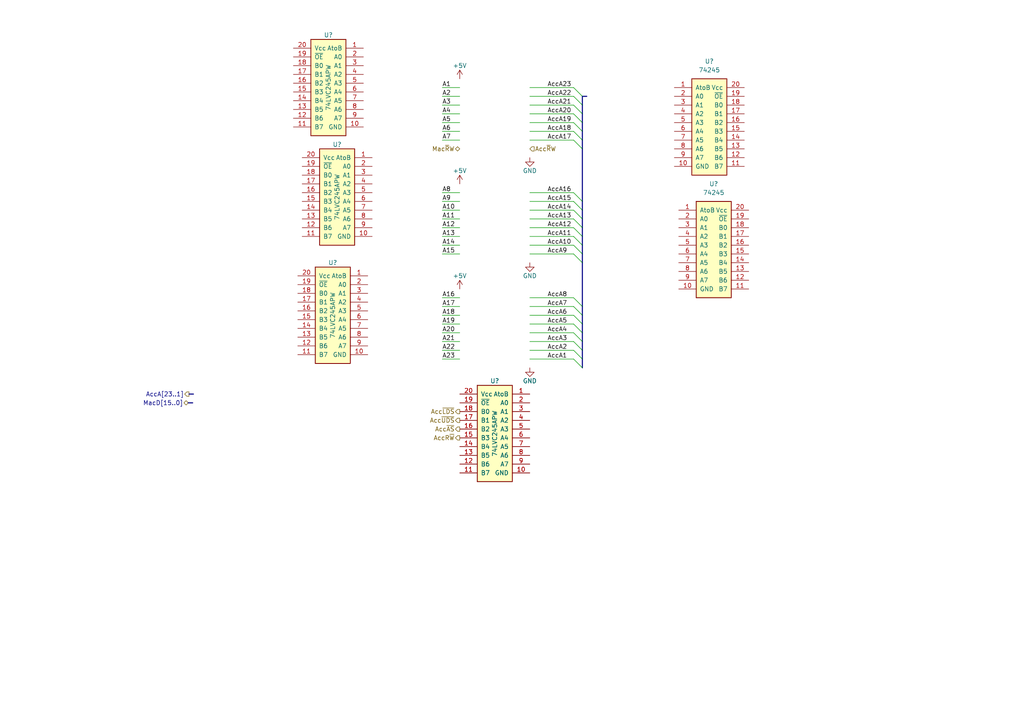
<source format=kicad_sch>
(kicad_sch (version 20211123) (generator eeschema)
  (paper "A4")
  (lib_symbols
    (symbol "GW_Logic:74245" (pin_names (offset 1.016))
      (property "Reference" "U" (at 0 15.24 0))
      (property "Value" "74245" (at 0 0 90))
      (symbol "74245_0_1"
        (rectangle (start -5.08 13.97) (end 5.08 -13.97) (stroke (width 0.254)) (fill (type background)))
      )
      (symbol "74245_1_1"
        (pin input line (at -10.16 11.43 0) (length 5.08) (name "AtoB") (number "1"))
        (pin power_in line (at -10.16 -11.43 0) (length 5.08) (name "GND") (number "10"))
        (pin bidirectional line (at 10.16 -11.43 180) (length 5.08) (name "B7") (number "11"))
        (pin bidirectional line (at 10.16 -8.89 180) (length 5.08) (name "B6") (number "12"))
        (pin bidirectional line (at 10.16 -6.35 180) (length 5.08) (name "B5") (number "13"))
        (pin bidirectional line (at 10.16 -3.81 180) (length 5.08) (name "B4") (number "14"))
        (pin bidirectional line (at 10.16 -1.27 180) (length 5.08) (name "B3") (number "15"))
        (pin bidirectional line (at 10.16 1.27 180) (length 5.08) (name "B2") (number "16"))
        (pin bidirectional line (at 10.16 3.81 180) (length 5.08) (name "B1") (number "17"))
        (pin bidirectional line (at 10.16 6.35 180) (length 5.08) (name "B0") (number "18"))
        (pin input line (at 10.16 8.89 180) (length 5.08) (name "~{OE}") (number "19"))
        (pin bidirectional line (at -10.16 8.89 0) (length 5.08) (name "A0") (number "2"))
        (pin power_in line (at 10.16 11.43 180) (length 5.08) (name "Vcc") (number "20"))
        (pin bidirectional line (at -10.16 6.35 0) (length 5.08) (name "A1") (number "3"))
        (pin bidirectional line (at -10.16 3.81 0) (length 5.08) (name "A2") (number "4"))
        (pin bidirectional line (at -10.16 1.27 0) (length 5.08) (name "A3") (number "5"))
        (pin bidirectional line (at -10.16 -1.27 0) (length 5.08) (name "A4") (number "6"))
        (pin bidirectional line (at -10.16 -3.81 0) (length 5.08) (name "A5") (number "7"))
        (pin bidirectional line (at -10.16 -6.35 0) (length 5.08) (name "A6") (number "8"))
        (pin bidirectional line (at -10.16 -8.89 0) (length 5.08) (name "A7") (number "9"))
      )
    )
    (symbol "power:+5V" (power) (pin_names (offset 0))
      (property "Value" "+5V" (at 0 3.556 0))
      (symbol "+5V_0_1"
        (polyline (pts (xy -0.762 1.27) (xy 0 2.54)))
        (polyline (pts (xy 0 0) (xy 0 2.54)))
        (polyline (pts (xy 0 2.54) (xy 0.762 1.27)))
      )
      (symbol "+5V_1_1"
        (pin power_in line (at 0 0 90) (length 0) hide (name "+5V") (number "1"))
      )
    )
    (symbol "power:GND" (power) (pin_names (offset 0))
      (property "Value" "GND" (at 0 -3.81 0))
      (symbol "GND_0_1"
        (polyline (pts (xy 0 0) (xy 0 -1.27) (xy 1.27 -1.27) (xy 0 -2.54) (xy -1.27 -1.27) (xy 0 -1.27)))
      )
      (symbol "GND_1_1"
        (pin power_in line (at 0 0 270) (length 0) hide (name "GND") (number "1"))
      )
    )
  )
  (bus_entry (at 166.37 60.96) (size 2.54 2.54))
  (bus_entry (at 166.37 99.06) (size 2.54 2.54))
  (bus_entry (at 166.37 35.56) (size 2.54 2.54))
  (bus_entry (at 166.37 73.66) (size 2.54 2.54))
  (bus_entry (at 166.37 91.44) (size 2.54 2.54))
  (bus_entry (at 166.37 96.52) (size 2.54 2.54))
  (bus_entry (at 166.37 93.98) (size 2.54 2.54))
  (bus_entry (at 166.37 68.58) (size 2.54 2.54))
  (bus_entry (at 166.37 86.36) (size 2.54 2.54))
  (bus_entry (at 166.37 40.64) (size 2.54 2.54))
  (bus_entry (at 166.37 27.94) (size 2.54 2.54))
  (bus_entry (at 166.37 71.12) (size 2.54 2.54))
  (bus_entry (at 166.37 101.6) (size 2.54 2.54))
  (bus_entry (at 166.37 66.04) (size 2.54 2.54))
  (bus_entry (at 166.37 38.1) (size 2.54 2.54))
  (bus_entry (at 166.37 25.4) (size 2.54 2.54))
  (bus_entry (at 166.37 104.14) (size 2.54 2.54))
  (bus_entry (at 166.37 88.9) (size 2.54 2.54))
  (bus_entry (at 166.37 63.5) (size 2.54 2.54))
  (bus_entry (at 166.37 55.88) (size 2.54 2.54))
  (bus_entry (at 166.37 30.48) (size 2.54 2.54))
  (bus_entry (at 166.37 33.02) (size 2.54 2.54))
  (bus_entry (at 166.37 58.42) (size 2.54 2.54))
  (bus (pts (xy 168.91 93.98) (xy 168.91 96.52)))
  (wire (pts (xy 128.27 60.96) (xy 133.35 60.96)))
  (bus (pts (xy 168.91 66.04) (xy 168.91 68.58)))
  (wire (pts (xy 153.67 101.6) (xy 166.37 101.6)))
  (wire (pts (xy 128.27 104.14) (xy 133.35 104.14)))
  (wire (pts (xy 128.27 55.88) (xy 133.35 55.88)))
  (wire (pts (xy 153.67 91.44) (xy 166.37 91.44)))
  (wire (pts (xy 153.67 35.56) (xy 166.37 35.56)))
  (wire (pts (xy 153.67 27.94) (xy 166.37 27.94)))
  (wire (pts (xy 153.67 71.12) (xy 166.37 71.12)))
  (bus (pts (xy 168.91 104.14) (xy 168.91 106.68)))
  (wire (pts (xy 153.67 55.88) (xy 166.37 55.88)))
  (wire (pts (xy 128.27 58.42) (xy 133.35 58.42)))
  (wire (pts (xy 153.67 96.52) (xy 166.37 96.52)))
  (wire (pts (xy 128.27 96.52) (xy 133.35 96.52)))
  (wire (pts (xy 128.27 73.66) (xy 133.35 73.66)))
  (wire (pts (xy 153.67 33.02) (xy 166.37 33.02)))
  (wire (pts (xy 128.27 63.5) (xy 133.35 63.5)))
  (bus (pts (xy 168.91 99.06) (xy 168.91 101.6)))
  (wire (pts (xy 128.27 25.4) (xy 133.35 25.4)))
  (wire (pts (xy 128.27 33.02) (xy 133.35 33.02)))
  (wire (pts (xy 128.27 101.6) (xy 133.35 101.6)))
  (bus (pts (xy 170.18 27.94) (xy 168.91 27.94)))
  (wire (pts (xy 153.67 63.5) (xy 166.37 63.5)))
  (wire (pts (xy 128.27 99.06) (xy 133.35 99.06)))
  (bus (pts (xy 168.91 40.64) (xy 168.91 43.18)))
  (bus (pts (xy 168.91 73.66) (xy 168.91 76.2)))
  (wire (pts (xy 128.27 27.94) (xy 133.35 27.94)))
  (bus (pts (xy 168.91 101.6) (xy 168.91 104.14)))
  (bus (pts (xy 168.91 58.42) (xy 168.91 60.96)))
  (wire (pts (xy 128.27 93.98) (xy 133.35 93.98)))
  (wire (pts (xy 153.67 30.48) (xy 166.37 30.48)))
  (wire (pts (xy 153.67 25.4) (xy 166.37 25.4)))
  (wire (pts (xy 128.27 40.64) (xy 133.35 40.64)))
  (wire (pts (xy 153.67 73.66) (xy 166.37 73.66)))
  (bus (pts (xy 168.91 91.44) (xy 168.91 93.98)))
  (wire (pts (xy 153.67 86.36) (xy 166.37 86.36)))
  (wire (pts (xy 153.67 93.98) (xy 166.37 93.98)))
  (bus (pts (xy 168.91 63.5) (xy 168.91 66.04)))
  (bus (pts (xy 168.91 27.94) (xy 168.91 30.48)))
  (wire (pts (xy 153.67 58.42) (xy 166.37 58.42)))
  (bus (pts (xy 168.91 96.52) (xy 168.91 99.06)))
  (wire (pts (xy 153.67 66.04) (xy 166.37 66.04)))
  (bus (pts (xy 168.91 38.1) (xy 168.91 40.64)))
  (bus (pts (xy 168.91 76.2) (xy 168.91 88.9)))
  (wire (pts (xy 128.27 71.12) (xy 133.35 71.12)))
  (wire (pts (xy 128.27 38.1) (xy 133.35 38.1)))
  (wire (pts (xy 153.67 40.64) (xy 166.37 40.64)))
  (bus (pts (xy 168.91 35.56) (xy 168.91 38.1)))
  (wire (pts (xy 128.27 66.04) (xy 133.35 66.04)))
  (wire (pts (xy 128.27 68.58) (xy 133.35 68.58)))
  (wire (pts (xy 153.67 60.96) (xy 166.37 60.96)))
  (wire (pts (xy 153.67 99.06) (xy 166.37 99.06)))
  (bus (pts (xy 168.91 33.02) (xy 168.91 35.56)))
  (wire (pts (xy 128.27 88.9) (xy 133.35 88.9)))
  (wire (pts (xy 153.67 38.1) (xy 166.37 38.1)))
  (wire (pts (xy 128.27 91.44) (xy 133.35 91.44)))
  (wire (pts (xy 153.67 68.58) (xy 166.37 68.58)))
  (wire (pts (xy 128.27 35.56) (xy 133.35 35.56)))
  (bus (pts (xy 168.91 68.58) (xy 168.91 71.12)))
  (wire (pts (xy 153.67 88.9) (xy 166.37 88.9)))
  (bus (pts (xy 168.91 60.96) (xy 168.91 63.5)))
  (bus (pts (xy 168.91 43.18) (xy 168.91 58.42)))
  (bus (pts (xy 54.8274 114.3) (xy 56.0974 114.3)))
  (wire (pts (xy 153.67 104.14) (xy 166.37 104.14)))
  (bus (pts (xy 54.61 116.84) (xy 55.88 116.84)))
  (bus (pts (xy 168.91 88.9) (xy 168.91 91.44)))
  (bus (pts (xy 168.91 71.12) (xy 168.91 73.66)))
  (bus (pts (xy 168.91 30.48) (xy 168.91 33.02)))
  (wire (pts (xy 128.27 86.36) (xy 133.35 86.36)))
  (wire (pts (xy 128.27 30.48) (xy 133.35 30.48)))
  (label "A4" (at 128.27 33.02 0))
  (label "AccA3" (at 158.75 99.06 0))
  (label "A21" (at 128.27 99.06 0))
  (label "AccA13" (at 158.75 63.5 0))
  (label "AccA17" (at 158.75 40.64 0))
  (label "A9" (at 128.27 58.42 0))
  (label "A8" (at 128.27 55.88 0))
  (label "A3" (at 128.27 30.48 0))
  (label "A11" (at 128.27 63.5 0))
  (label "A19" (at 128.27 93.98 0))
  (label "AccA14" (at 158.75 60.96 0))
  (label "AccA15" (at 158.75 58.42 0))
  (label "AccA11" (at 158.75 68.58 0))
  (label "A1" (at 128.27 25.4 0))
  (label "A12" (at 128.27 66.04 0))
  (label "A17" (at 128.27 88.9 0))
  (label "AccA5" (at 158.75 93.98 0))
  (label "AccA16" (at 158.75 55.88 0))
  (label "AccA6" (at 158.75 91.44 0))
  (label "AccA8" (at 158.75 86.36 0))
  (label "AccA1" (at 158.75 104.14 0))
  (label "A2" (at 128.27 27.94 0))
  (label "A7" (at 128.27 40.64 0))
  (label "AccA23" (at 158.75 25.4 0))
  (label "AccA7" (at 158.75 88.9 0))
  (label "AccA4" (at 158.75 96.52 0))
  (label "A15" (at 128.27 73.66 0))
  (label "AccA22" (at 158.75 27.94 0))
  (label "AccA9" (at 158.75 73.66 0))
  (label "A16" (at 128.27 86.36 0))
  (label "AccA19" (at 158.75 35.56 0))
  (label "A23" (at 128.27 104.14 0))
  (label "A18" (at 128.27 91.44 0))
  (label "AccA21" (at 158.75 30.48 0))
  (label "AccA10" (at 158.75 71.12 0))
  (label "A14" (at 128.27 71.12 0))
  (label "AccA2" (at 158.75 101.6 0))
  (label "A5" (at 128.27 35.56 0))
  (label "AccA18" (at 158.75 38.1 0))
  (label "AccA12" (at 158.75 66.04 0))
  (label "AccA20" (at 158.75 33.02 0))
  (label "A22" (at 128.27 101.6 0))
  (label "A20" (at 128.27 96.52 0))
  (label "A10" (at 128.27 60.96 0))
  (label "A13" (at 128.27 68.58 0))
  (label "A6" (at 128.27 38.1 0))
  (hierarchical_label "Acc~{UDS}" (shape output) (at 133.35 121.92 180))
  (hierarchical_label "MacD[15..0]" (shape bidirectional) (at 54.61 116.84 180))
  (hierarchical_label "Acc~{LDS}" (shape output) (at 133.35 119.38 180))
  (hierarchical_label "Acc~{R}W" (shape input) (at 153.67 43.18 0))
  (hierarchical_label "Mac~{R}W" (shape tri_state) (at 133.35 43.18 180))
  (hierarchical_label "AccA[23..1]" (shape output) (at 54.8274 114.3 180))
  (hierarchical_label "AccR~{W}" (shape output) (at 133.35 127 180))
  (hierarchical_label "Acc~{AS}" (shape output) (at 133.35 124.46 180))
  (symbol (lib_id "GW_Logic:74245") (at 143.51 125.73 0) (mirror y) (unit 1)
    (property "Reference" "U?" (at 143.51 110.49 0))
    (property "Value" "74LVC245APW" (at 143.51 125.73 90))
  )
  (symbol (lib_id "power:GND") (at 153.67 106.68 0) (unit 1)
    (property "Reference" "#PWR?" (effects hide))
    (property "Value" "GND" (at 153.67 110.49 0))
  )
  (symbol (lib_id "power:+5V") (at 133.35 53.34 0) (unit 1)
    (property "Reference" "#PWR?" (effects hide))
    (property "Value" "+5V" (at 133.35 49.53 0))
  )
  (symbol (lib_id "GW_Logic:74245") (at 207.01 72.39 0) (unit 1)
    (property "Reference" "U?" (at 207.01 53.34 0))
    (property "Value" "74245" (at 207.01 55.88 0))
  )
  (symbol (lib_id "power:+5V") (at 133.35 22.86 0) (unit 1)
    (property "Reference" "#PWR?" (effects hide))
    (property "Value" "+5V" (at 133.35 19.05 0))
  )
  (symbol (lib_id "GW_Logic:74245") (at 97.79 57.15 0) (mirror y) (unit 1)
    (property "Reference" "U?" (at 97.79 41.91 0))
    (property "Value" "74LVC245APW" (at 97.79 57.15 90))
  )
  (symbol (lib_id "power:+5V") (at 133.35 83.82 0) (unit 1)
    (property "Reference" "#PWR?" (effects hide))
    (property "Value" "+5V" (at 133.35 80.01 0))
  )
  (symbol (lib_id "power:GND") (at 153.67 76.2 0) (unit 1)
    (property "Reference" "#PWR?" (effects hide))
    (property "Value" "GND" (at 153.67 80.01 0))
  )
  (symbol (lib_id "GW_Logic:74245") (at 96.52 91.44 0) (mirror y) (unit 1)
    (property "Reference" "U?" (at 96.52 76.2 0))
    (property "Value" "74LVC245APW" (at 96.52 91.44 90))
  )
  (symbol (lib_id "power:GND") (at 153.67 45.72 0) (unit 1)
    (property "Reference" "#PWR?" (effects hide))
    (property "Value" "GND" (at 153.67 49.53 0))
  )
  (symbol (lib_id "GW_Logic:74245") (at 205.74 36.83 0) (unit 1)
    (property "Reference" "U?" (at 205.74 17.78 0))
    (property "Value" "74245" (at 205.74 20.32 0))
  )
  (symbol (lib_id "GW_Logic:74245") (at 95.25 25.4 0) (mirror y) (unit 1)
    (property "Reference" "U?" (at 95.25 10.16 0))
    (property "Value" "74LVC245APW" (at 95.25 25.4 90))
  )
)
</source>
